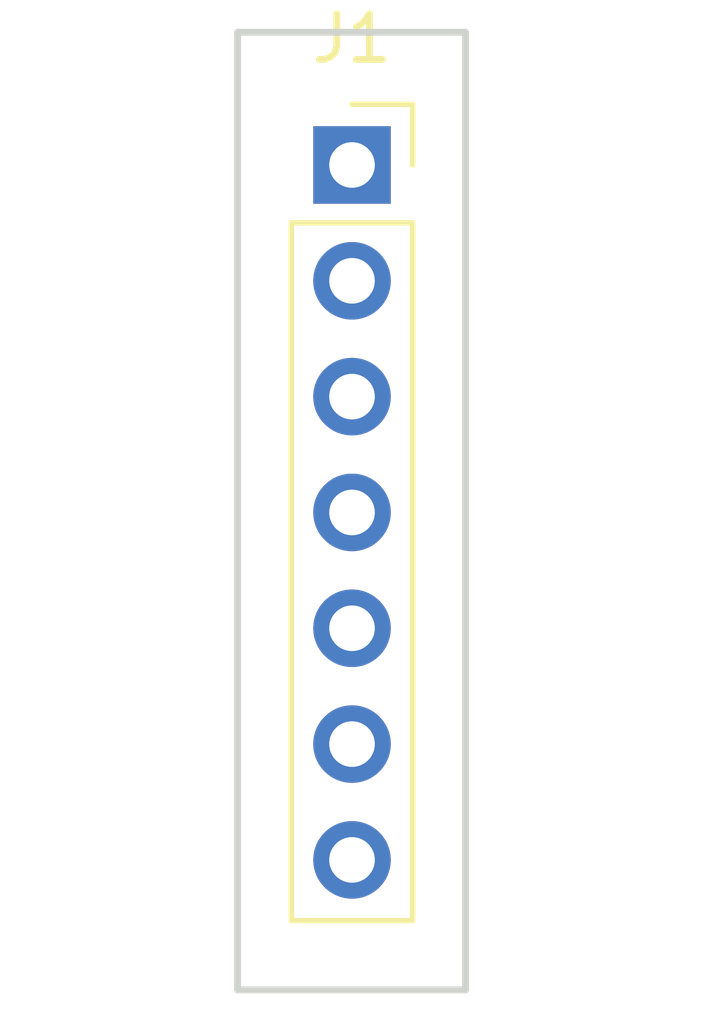
<source format=kicad_pcb>
(kicad_pcb (version 20171130) (host pcbnew "(5.0.0-rc2-dev-607-gccb668c10)")

  (general
    (thickness 1.6)
    (drawings 4)
    (tracks 0)
    (zones 0)
    (modules 1)
    (nets 2)
  )

  (page A4)
  (layers
    (0 F.Cu signal)
    (31 B.Cu signal)
    (32 B.Adhes user)
    (33 F.Adhes user)
    (34 B.Paste user)
    (35 F.Paste user)
    (36 B.SilkS user)
    (37 F.SilkS user)
    (38 B.Mask user)
    (39 F.Mask user)
    (40 Dwgs.User user)
    (41 Cmts.User user)
    (42 Eco1.User user)
    (43 Eco2.User user)
    (44 Edge.Cuts user)
    (45 Margin user)
    (46 B.CrtYd user)
    (47 F.CrtYd user)
    (48 B.Fab user)
    (49 F.Fab user)
  )

  (setup
    (last_trace_width 0.25)
    (trace_clearance 0.2)
    (zone_clearance 0.508)
    (zone_45_only no)
    (trace_min 0.2)
    (segment_width 0.2)
    (edge_width 0.15)
    (via_size 0.8)
    (via_drill 0.4)
    (via_min_size 0.4)
    (via_min_drill 0.3)
    (uvia_size 0.3)
    (uvia_drill 0.1)
    (uvias_allowed no)
    (uvia_min_size 0.2)
    (uvia_min_drill 0.1)
    (pcb_text_width 0.3)
    (pcb_text_size 1.5 1.5)
    (mod_edge_width 0.15)
    (mod_text_size 1 1)
    (mod_text_width 0.15)
    (pad_size 1.524 1.524)
    (pad_drill 0.762)
    (pad_to_mask_clearance 0.2)
    (aux_axis_origin 120.24 100.63)
    (visible_elements FFFFFF7F)
    (pcbplotparams
      (layerselection 0x010fc_ffffffff)
      (usegerberextensions false)
      (usegerberattributes false)
      (usegerberadvancedattributes false)
      (creategerberjobfile false)
      (excludeedgelayer true)
      (linewidth 0.100000)
      (plotframeref false)
      (viasonmask false)
      (mode 1)
      (useauxorigin false)
      (hpglpennumber 1)
      (hpglpenspeed 20)
      (hpglpendiameter 15)
      (psnegative false)
      (psa4output false)
      (plotreference true)
      (plotvalue true)
      (plotinvisibletext false)
      (padsonsilk false)
      (subtractmaskfromsilk false)
      (outputformat 1)
      (mirror false)
      (drillshape 1)
      (scaleselection 1)
      (outputdirectory ""))
  )

  (net 0 "")
  (net 1 "Net-(J1-Pad1)")

  (net_class Default "This is the default net class."
    (clearance 0.2)
    (trace_width 0.25)
    (via_dia 0.8)
    (via_drill 0.4)
    (uvia_dia 0.3)
    (uvia_drill 0.1)
    (add_net "Net-(J1-Pad1)")
  )

  (module Connector_PinSocket_2.54mm:PinSocket_1x07_P2.54mm_Vertical (layer F.Cu) (tedit 5A19A433) (tstamp 5B066B17)
    (at 122.51 82.91)
    (descr "Through hole straight socket strip, 1x07, 2.54mm pitch, single row (from Kicad 4.0.7), script generated")
    (tags "Through hole socket strip THT 1x07 2.54mm single row")
    (path /5B069240)
    (fp_text reference J1 (at 0 -2.77) (layer F.SilkS)
      (effects (font (size 1 1) (thickness 0.15)))
    )
    (fp_text value Conn_01x07_Female (at 0 18.01) (layer F.Fab)
      (effects (font (size 1 1) (thickness 0.15)))
    )
    (fp_line (start -1.27 -1.27) (end 0.635 -1.27) (layer F.Fab) (width 0.1))
    (fp_line (start 0.635 -1.27) (end 1.27 -0.635) (layer F.Fab) (width 0.1))
    (fp_line (start 1.27 -0.635) (end 1.27 16.51) (layer F.Fab) (width 0.1))
    (fp_line (start 1.27 16.51) (end -1.27 16.51) (layer F.Fab) (width 0.1))
    (fp_line (start -1.27 16.51) (end -1.27 -1.27) (layer F.Fab) (width 0.1))
    (fp_line (start -1.33 1.27) (end 1.33 1.27) (layer F.SilkS) (width 0.12))
    (fp_line (start -1.33 1.27) (end -1.33 16.57) (layer F.SilkS) (width 0.12))
    (fp_line (start -1.33 16.57) (end 1.33 16.57) (layer F.SilkS) (width 0.12))
    (fp_line (start 1.33 1.27) (end 1.33 16.57) (layer F.SilkS) (width 0.12))
    (fp_line (start 1.33 -1.33) (end 1.33 0) (layer F.SilkS) (width 0.12))
    (fp_line (start 0 -1.33) (end 1.33 -1.33) (layer F.SilkS) (width 0.12))
    (fp_line (start -1.8 -1.8) (end 1.75 -1.8) (layer F.CrtYd) (width 0.05))
    (fp_line (start 1.75 -1.8) (end 1.75 17) (layer F.CrtYd) (width 0.05))
    (fp_line (start 1.75 17) (end -1.8 17) (layer F.CrtYd) (width 0.05))
    (fp_line (start -1.8 17) (end -1.8 -1.8) (layer F.CrtYd) (width 0.05))
    (fp_text user %R (at 0 7.62 90) (layer F.Fab)
      (effects (font (size 1 1) (thickness 0.15)))
    )
    (pad 1 thru_hole rect (at 0 0) (size 1.7 1.7) (drill 1) (layers *.Cu *.Mask)
      (net 1 "Net-(J1-Pad1)"))
    (pad 2 thru_hole oval (at 0 2.54) (size 1.7 1.7) (drill 1) (layers *.Cu *.Mask)
      (net 1 "Net-(J1-Pad1)"))
    (pad 3 thru_hole oval (at 0 5.08) (size 1.7 1.7) (drill 1) (layers *.Cu *.Mask)
      (net 1 "Net-(J1-Pad1)"))
    (pad 4 thru_hole oval (at 0 7.62) (size 1.7 1.7) (drill 1) (layers *.Cu *.Mask)
      (net 1 "Net-(J1-Pad1)"))
    (pad 5 thru_hole oval (at 0 10.16) (size 1.7 1.7) (drill 1) (layers *.Cu *.Mask)
      (net 1 "Net-(J1-Pad1)"))
    (pad 6 thru_hole oval (at 0 12.7) (size 1.7 1.7) (drill 1) (layers *.Cu *.Mask)
      (net 1 "Net-(J1-Pad1)"))
    (pad 7 thru_hole oval (at 0 15.24) (size 1.7 1.7) (drill 1) (layers *.Cu *.Mask)
      (net 1 "Net-(J1-Pad1)"))
    (model ${KISYS3DMOD}/Connector_PinSocket_2.54mm.3dshapes/PinSocket_1x07_P2.54mm_Vertical.step
      (at (xyz 0 0 0))
      (scale (xyz 1 1 1))
      (rotate (xyz 0 0 0))
    )
  )

  (gr_line (start 120 101) (end 120 80) (layer Edge.Cuts) (width 0.15))
  (gr_line (start 125 101) (end 120 101) (layer Edge.Cuts) (width 0.15))
  (gr_line (start 125 80) (end 125 101) (layer Edge.Cuts) (width 0.15))
  (gr_line (start 120 80) (end 125 80) (layer Edge.Cuts) (width 0.15))

)

</source>
